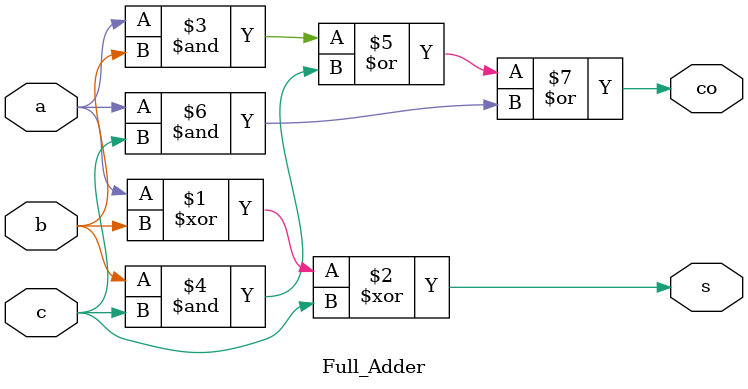
<source format=v>
`timescale 1ns / 1ps
module Full_Adder(s,co,a,b,c);
	input a,b,c;
	output s,co;
	assign s=a^b^c;
	assign co=(a&b) | (b&c) | (a&c);
endmodule

</source>
